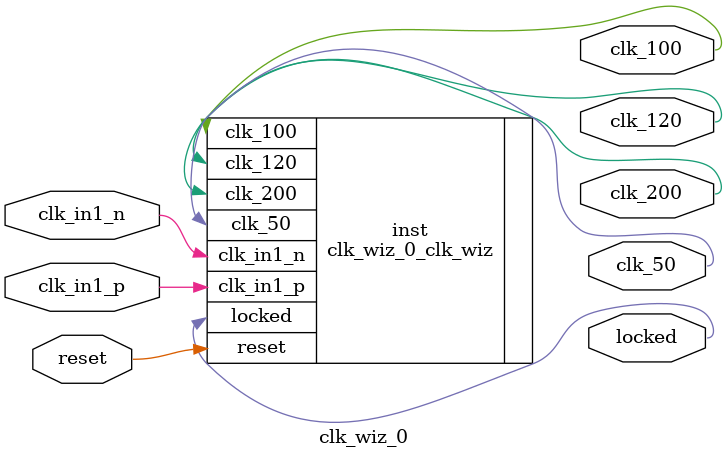
<source format=v>


`timescale 1ps/1ps

(* CORE_GENERATION_INFO = "clk_wiz_0,clk_wiz_v6_0_11_0_0,{component_name=clk_wiz_0,use_phase_alignment=true,use_min_o_jitter=false,use_max_i_jitter=false,use_dyn_phase_shift=false,use_inclk_switchover=false,use_dyn_reconfig=false,enable_axi=0,feedback_source=FDBK_AUTO,PRIMITIVE=MMCM,num_out_clk=4,clkin1_period=5.000,clkin2_period=10.0,use_power_down=false,use_reset=true,use_locked=true,use_inclk_stopped=false,feedback_type=SINGLE,CLOCK_MGR_TYPE=NA,manual_override=false}" *)

module clk_wiz_0 
 (
  // Clock out ports
  output        clk_120,
  output        clk_100,
  output        clk_200,
  output        clk_50,
  // Status and control signals
  input         reset,
  output        locked,
 // Clock in ports
  input         clk_in1_p,
  input         clk_in1_n
 );

  clk_wiz_0_clk_wiz inst
  (
  // Clock out ports  
  .clk_120(clk_120),
  .clk_100(clk_100),
  .clk_200(clk_200),
  .clk_50(clk_50),
  // Status and control signals               
  .reset(reset), 
  .locked(locked),
 // Clock in ports
  .clk_in1_p(clk_in1_p),
  .clk_in1_n(clk_in1_n)
  );

endmodule

</source>
